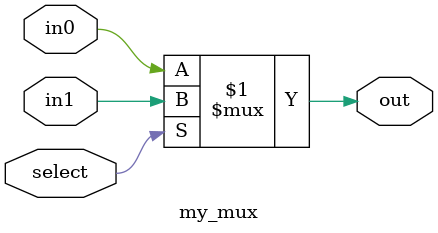
<source format=v>
module my_mux(in0, in1, select, out);
//if select is 1 you get in1
	input in0, in1, select;
	output out;
	assign out = select ? in1 : in0;
endmodule



</source>
